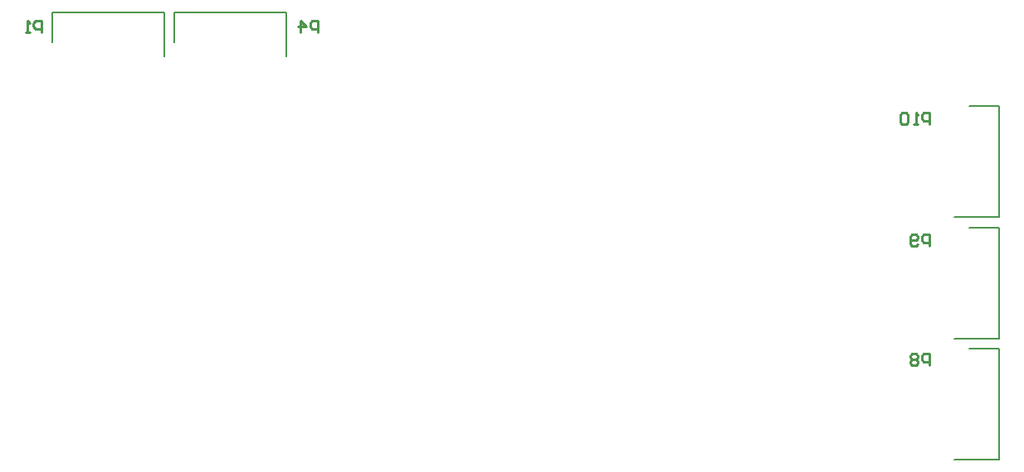
<source format=gbr>
%TF.GenerationSoftware,Altium Limited,Altium Designer,22.7.1 (60)*%
G04 Layer_Color=32896*
%FSLAX43Y43*%
%MOMM*%
%TF.SameCoordinates,2ABDD118-431D-4485-972F-9944B14BA474*%
%TF.FilePolarity,Positive*%
%TF.FileFunction,Legend,Bot*%
%TF.Part,Single*%
G01*
G75*
%TA.AperFunction,NonConductor*%
%ADD47C,0.200*%
%ADD51C,0.254*%
D47*
X151372Y60096D02*
X154398D01*
Y48696D02*
Y60096D01*
X149860Y48696D02*
X154398D01*
X151372Y72462D02*
X154398D01*
Y61062D02*
Y72462D01*
X149860Y61062D02*
X154398D01*
X151372Y84908D02*
X154398D01*
Y73508D02*
Y84908D01*
X149860Y73508D02*
X154398D01*
X81686Y89916D02*
Y94454D01*
X70286D02*
X81686D01*
X70286Y91428D02*
Y94454D01*
X57840Y91428D02*
Y94454D01*
X69240D01*
Y89916D02*
Y94454D01*
D51*
X147296Y82966D02*
Y84166D01*
X146696D01*
X146496Y83966D01*
Y83566D01*
X146696Y83366D01*
X147296D01*
X146096Y82966D02*
X145696D01*
X145896D01*
Y84166D01*
X146096Y83966D01*
X145096D02*
X144896Y84166D01*
X144496D01*
X144296Y83966D01*
Y83166D01*
X144496Y82966D01*
X144896D01*
X145096Y83166D01*
Y83966D01*
X147304Y70520D02*
Y71720D01*
X146704D01*
X146504Y71520D01*
Y71120D01*
X146704Y70920D01*
X147304D01*
X146104Y70720D02*
X145904Y70520D01*
X145504D01*
X145304Y70720D01*
Y71520D01*
X145504Y71720D01*
X145904D01*
X146104Y71520D01*
Y71320D01*
X145904Y71120D01*
X145304D01*
X147304Y58328D02*
Y59528D01*
X146704D01*
X146504Y59328D01*
Y58928D01*
X146704Y58728D01*
X147304D01*
X146104Y59328D02*
X145904Y59528D01*
X145504D01*
X145304Y59328D01*
Y59128D01*
X145504Y58928D01*
X145304Y58728D01*
Y58528D01*
X145504Y58328D01*
X145904D01*
X146104Y58528D01*
Y58728D01*
X145904Y58928D01*
X146104Y59128D01*
Y59328D01*
X145904Y58928D02*
X145504D01*
X84900Y92364D02*
Y93564D01*
X84300D01*
X84100Y93364D01*
Y92964D01*
X84300Y92764D01*
X84900D01*
X83100Y92364D02*
Y93564D01*
X83700Y92964D01*
X82900D01*
X56680Y92364D02*
Y93564D01*
X56080D01*
X55880Y93364D01*
Y92964D01*
X56080Y92764D01*
X56680D01*
X55480Y92364D02*
X55080D01*
X55280D01*
Y93564D01*
X55480Y93364D01*
%TF.MD5,b0089cfa9954fd586cc7e05721af1521*%
M02*

</source>
